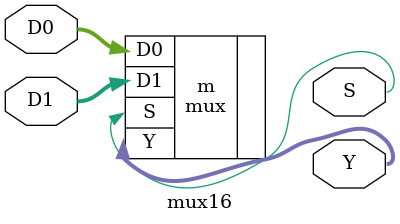
<source format=v>
`timescale 1ns / 1ps


module mux16(
    input [15:0] D0,
    input [15:0] D1,
    output S,
    output [15:0]Y
    );
    
    mux #(.WIDTH(16)) m(.D0(D0),
		       .D1(D1),
		       .S(S),
		       .Y(Y));
    
endmodule

</source>
